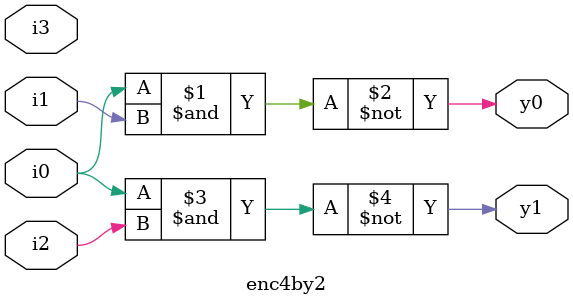
<source format=v>
module enc4by2(
input i0,i1,i2,i3,
output y0,y1);

nand(y0,i0,i1);
nand(y1,i0,i2);
endmodule
</source>
